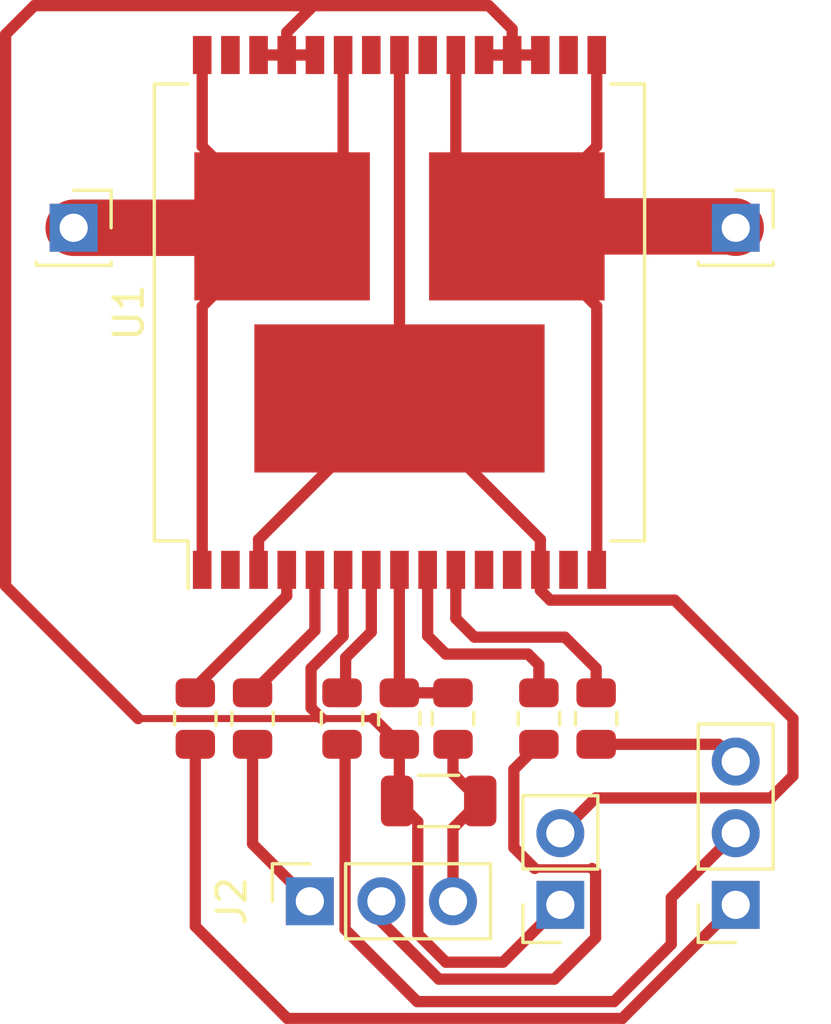
<source format=kicad_pcb>
(kicad_pcb (version 20171130) (host pcbnew "(5.1.7-0-10_14)")

  (general
    (thickness 1.6)
    (drawings 0)
    (tracks 106)
    (zones 0)
    (modules 14)
    (nets 25)
  )

  (page A4)
  (layers
    (0 F.Cu signal)
    (31 B.Cu signal)
    (32 B.Adhes user)
    (33 F.Adhes user)
    (34 B.Paste user)
    (35 F.Paste user)
    (36 B.SilkS user)
    (37 F.SilkS user)
    (38 B.Mask user)
    (39 F.Mask user)
    (40 Dwgs.User user)
    (41 Cmts.User user)
    (42 Eco1.User user)
    (43 Eco2.User user)
    (44 Edge.Cuts user)
    (45 Margin user)
    (46 B.CrtYd user)
    (47 F.CrtYd user)
    (48 B.Fab user)
    (49 F.Fab user)
  )

  (setup
    (last_trace_width 0.4)
    (user_trace_width 0.4)
    (user_trace_width 2)
    (trace_clearance 0.2)
    (zone_clearance 0.508)
    (zone_45_only no)
    (trace_min 0.2)
    (via_size 0.8)
    (via_drill 0.4)
    (via_min_size 0.4)
    (via_min_drill 0.3)
    (user_via 2 1)
    (uvia_size 0.3)
    (uvia_drill 0.1)
    (uvias_allowed no)
    (uvia_min_size 0.2)
    (uvia_min_drill 0.1)
    (edge_width 0.05)
    (segment_width 0.2)
    (pcb_text_width 0.3)
    (pcb_text_size 1.5 1.5)
    (mod_edge_width 0.12)
    (mod_text_size 1 1)
    (mod_text_width 0.15)
    (pad_size 1.524 1.524)
    (pad_drill 0.762)
    (pad_to_mask_clearance 0)
    (aux_axis_origin 0 0)
    (visible_elements FFFFFF7F)
    (pcbplotparams
      (layerselection 0x010fc_ffffffff)
      (usegerberextensions false)
      (usegerberattributes true)
      (usegerberadvancedattributes true)
      (creategerberjobfile true)
      (excludeedgelayer true)
      (linewidth 0.100000)
      (plotframeref false)
      (viasonmask false)
      (mode 1)
      (useauxorigin false)
      (hpglpennumber 1)
      (hpglpenspeed 20)
      (hpglpendiameter 15.000000)
      (psnegative false)
      (psa4output false)
      (plotreference true)
      (plotvalue true)
      (plotinvisibletext false)
      (padsonsilk false)
      (subtractmaskfromsilk false)
      (outputformat 1)
      (mirror false)
      (drillshape 1)
      (scaleselection 1)
      (outputdirectory ""))
  )

  (net 0 "")
  (net 1 GND)
  (net 2 /cs)
  (net 3 /pwm)
  (net 4 /back)
  (net 5 /fwd)
  (net 6 /diag_b)
  (net 7 /diag_a)
  (net 8 /out_a)
  (net 9 /out_b)
  (net 10 "Net-(R1-Pad1)")
  (net 11 "Net-(R3-Pad1)")
  (net 12 "Net-(R4-Pad1)")
  (net 13 "Net-(R5-Pad1)")
  (net 14 "Net-(R6-Pad1)")
  (net 15 "Net-(R7-Pad1)")
  (net 16 +5V)
  (net 17 "Net-(U1-Pad29)")
  (net 18 "Net-(U1-Pad2)")
  (net 19 "Net-(U1-Pad24)")
  (net 20 "Net-(U1-Pad22)")
  (net 21 "Net-(U1-Pad11)")
  (net 22 /bat)
  (net 23 "Net-(U1-Pad17)")
  (net 24 "Net-(U1-Pad14)")

  (net_class Default "This is the default net class."
    (clearance 0.2)
    (trace_width 0.25)
    (via_dia 0.8)
    (via_drill 0.4)
    (uvia_dia 0.3)
    (uvia_drill 0.1)
    (add_net +5V)
    (add_net /back)
    (add_net /bat)
    (add_net /cs)
    (add_net /diag_a)
    (add_net /diag_b)
    (add_net /fwd)
    (add_net /out_a)
    (add_net /out_b)
    (add_net /pwm)
    (add_net GND)
    (add_net "Net-(R1-Pad1)")
    (add_net "Net-(R3-Pad1)")
    (add_net "Net-(R4-Pad1)")
    (add_net "Net-(R5-Pad1)")
    (add_net "Net-(R6-Pad1)")
    (add_net "Net-(R7-Pad1)")
    (add_net "Net-(U1-Pad11)")
    (add_net "Net-(U1-Pad14)")
    (add_net "Net-(U1-Pad17)")
    (add_net "Net-(U1-Pad2)")
    (add_net "Net-(U1-Pad22)")
    (add_net "Net-(U1-Pad24)")
    (add_net "Net-(U1-Pad29)")
  )

  (module Connector_PinSocket_2.54mm:PinSocket_1x01_P2.54mm_Vertical (layer F.Cu) (tedit 5A19A434) (tstamp 60411642)
    (at 70.739 45.847)
    (descr "Through hole straight socket strip, 1x01, 2.54mm pitch, single row (from Kicad 4.0.7), script generated")
    (tags "Through hole socket strip THT 1x01 2.54mm single row")
    (path /6042FB93)
    (fp_text reference J5 (at 0 -2.77) (layer F.SilkS) hide
      (effects (font (size 1 1) (thickness 0.15)))
    )
    (fp_text value Conn_01x01 (at 0 2.77) (layer F.Fab) hide
      (effects (font (size 1 1) (thickness 0.15)))
    )
    (fp_text user %R (at 0 0) (layer F.Fab) hide
      (effects (font (size 1 1) (thickness 0.15)))
    )
    (fp_line (start -1.27 -1.27) (end 0.635 -1.27) (layer F.Fab) (width 0.1))
    (fp_line (start 0.635 -1.27) (end 1.27 -0.635) (layer F.Fab) (width 0.1))
    (fp_line (start 1.27 -0.635) (end 1.27 1.27) (layer F.Fab) (width 0.1))
    (fp_line (start 1.27 1.27) (end -1.27 1.27) (layer F.Fab) (width 0.1))
    (fp_line (start -1.27 1.27) (end -1.27 -1.27) (layer F.Fab) (width 0.1))
    (fp_line (start -1.33 1.33) (end 1.33 1.33) (layer F.SilkS) (width 0.12))
    (fp_line (start -1.33 1.21) (end -1.33 1.33) (layer F.SilkS) (width 0.12))
    (fp_line (start 1.33 1.21) (end 1.33 1.33) (layer F.SilkS) (width 0.12))
    (fp_line (start 1.33 -1.33) (end 1.33 0) (layer F.SilkS) (width 0.12))
    (fp_line (start 0 -1.33) (end 1.33 -1.33) (layer F.SilkS) (width 0.12))
    (fp_line (start -1.8 -1.8) (end 1.75 -1.8) (layer F.CrtYd) (width 0.05))
    (fp_line (start 1.75 -1.8) (end 1.75 1.75) (layer F.CrtYd) (width 0.05))
    (fp_line (start 1.75 1.75) (end -1.8 1.75) (layer F.CrtYd) (width 0.05))
    (fp_line (start -1.8 1.75) (end -1.8 -1.8) (layer F.CrtYd) (width 0.05))
    (pad 1 thru_hole rect (at 0 0) (size 1.7 1.7) (drill 1) (layers *.Cu *.Mask)
      (net 9 /out_b))
    (model ${KISYS3DMOD}/Connector_PinSocket_2.54mm.3dshapes/PinSocket_1x01_P2.54mm_Vertical.wrl
      (at (xyz 0 0 0))
      (scale (xyz 1 1 1))
      (rotate (xyz 0 0 0))
    )
  )

  (module Connector_PinSocket_2.54mm:PinSocket_1x01_P2.54mm_Vertical (layer F.Cu) (tedit 5A19A434) (tstamp 604115E8)
    (at 47.244 45.847)
    (descr "Through hole straight socket strip, 1x01, 2.54mm pitch, single row (from Kicad 4.0.7), script generated")
    (tags "Through hole socket strip THT 1x01 2.54mm single row")
    (path /60430F59)
    (fp_text reference J3 (at 0 -2.77) (layer F.SilkS) hide
      (effects (font (size 1 1) (thickness 0.15)))
    )
    (fp_text value Conn_01x01 (at 0 2.77) (layer F.Fab) hide
      (effects (font (size 1 1) (thickness 0.15)))
    )
    (fp_text user %R (at 0 0) (layer F.Fab) hide
      (effects (font (size 1 1) (thickness 0.15)))
    )
    (fp_line (start -1.27 -1.27) (end 0.635 -1.27) (layer F.Fab) (width 0.1))
    (fp_line (start 0.635 -1.27) (end 1.27 -0.635) (layer F.Fab) (width 0.1))
    (fp_line (start 1.27 -0.635) (end 1.27 1.27) (layer F.Fab) (width 0.1))
    (fp_line (start 1.27 1.27) (end -1.27 1.27) (layer F.Fab) (width 0.1))
    (fp_line (start -1.27 1.27) (end -1.27 -1.27) (layer F.Fab) (width 0.1))
    (fp_line (start -1.33 1.33) (end 1.33 1.33) (layer F.SilkS) (width 0.12))
    (fp_line (start -1.33 1.21) (end -1.33 1.33) (layer F.SilkS) (width 0.12))
    (fp_line (start 1.33 1.21) (end 1.33 1.33) (layer F.SilkS) (width 0.12))
    (fp_line (start 1.33 -1.33) (end 1.33 0) (layer F.SilkS) (width 0.12))
    (fp_line (start 0 -1.33) (end 1.33 -1.33) (layer F.SilkS) (width 0.12))
    (fp_line (start -1.8 -1.8) (end 1.75 -1.8) (layer F.CrtYd) (width 0.05))
    (fp_line (start 1.75 -1.8) (end 1.75 1.75) (layer F.CrtYd) (width 0.05))
    (fp_line (start 1.75 1.75) (end -1.8 1.75) (layer F.CrtYd) (width 0.05))
    (fp_line (start -1.8 1.75) (end -1.8 -1.8) (layer F.CrtYd) (width 0.05))
    (pad 1 thru_hole rect (at 0 0) (size 1.7 1.7) (drill 1) (layers *.Cu *.Mask)
      (net 8 /out_a))
    (model ${KISYS3DMOD}/Connector_PinSocket_2.54mm.3dshapes/PinSocket_1x01_P2.54mm_Vertical.wrl
      (at (xyz 0 0 0))
      (scale (xyz 1 1 1))
      (rotate (xyz 0 0 0))
    )
  )

  (module Connector_PinSocket_2.54mm:PinSocket_1x02_P2.54mm_Vertical (layer F.Cu) (tedit 5A19A420) (tstamp 604135A0)
    (at 64.516 69.85 180)
    (descr "Through hole straight socket strip, 1x02, 2.54mm pitch, single row (from Kicad 4.0.7), script generated")
    (tags "Through hole socket strip THT 1x02 2.54mm single row")
    (path /604289EA)
    (fp_text reference J4 (at 0 -2.77) (layer F.SilkS) hide
      (effects (font (size 1 1) (thickness 0.15)))
    )
    (fp_text value power (at 0 5.31) (layer F.Fab) hide
      (effects (font (size 1 1) (thickness 0.15)))
    )
    (fp_text user %R (at 0 1.27 90) (layer F.Fab) hide
      (effects (font (size 1 1) (thickness 0.15)))
    )
    (fp_line (start -1.27 -1.27) (end 0.635 -1.27) (layer F.Fab) (width 0.1))
    (fp_line (start 0.635 -1.27) (end 1.27 -0.635) (layer F.Fab) (width 0.1))
    (fp_line (start 1.27 -0.635) (end 1.27 3.81) (layer F.Fab) (width 0.1))
    (fp_line (start 1.27 3.81) (end -1.27 3.81) (layer F.Fab) (width 0.1))
    (fp_line (start -1.27 3.81) (end -1.27 -1.27) (layer F.Fab) (width 0.1))
    (fp_line (start -1.33 1.27) (end 1.33 1.27) (layer F.SilkS) (width 0.12))
    (fp_line (start -1.33 1.27) (end -1.33 3.87) (layer F.SilkS) (width 0.12))
    (fp_line (start -1.33 3.87) (end 1.33 3.87) (layer F.SilkS) (width 0.12))
    (fp_line (start 1.33 1.27) (end 1.33 3.87) (layer F.SilkS) (width 0.12))
    (fp_line (start 1.33 -1.33) (end 1.33 0) (layer F.SilkS) (width 0.12))
    (fp_line (start 0 -1.33) (end 1.33 -1.33) (layer F.SilkS) (width 0.12))
    (fp_line (start -1.8 -1.8) (end 1.75 -1.8) (layer F.CrtYd) (width 0.05))
    (fp_line (start 1.75 -1.8) (end 1.75 4.3) (layer F.CrtYd) (width 0.05))
    (fp_line (start 1.75 4.3) (end -1.8 4.3) (layer F.CrtYd) (width 0.05))
    (fp_line (start -1.8 4.3) (end -1.8 -1.8) (layer F.CrtYd) (width 0.05))
    (pad 2 thru_hole oval (at 0 2.54 180) (size 1.7 1.7) (drill 1) (layers *.Cu *.Mask)
      (net 16 +5V))
    (pad 1 thru_hole rect (at 0 0 180) (size 1.7 1.7) (drill 1) (layers *.Cu *.Mask)
      (net 1 GND))
    (model ${KISYS3DMOD}/Connector_PinSocket_2.54mm.3dshapes/PinSocket_1x02_P2.54mm_Vertical.wrl
      (at (xyz 0 0 0))
      (scale (xyz 1 1 1))
      (rotate (xyz 0 0 0))
    )
  )

  (module Package_SO:ST_MultiPowerSO-30 (layer F.Cu) (tedit 5A02F25C) (tstamp 6040DF19)
    (at 58.807 48.848 90)
    (descr "MultiPowerSO-30 3EP 16.0x17.2mm Pitch 1mm (http://www.st.com/resource/en/datasheet/vnh2sp30-e.pdf)")
    (tags "MultiPowerSO-30 3EP 16.0x17.2mm Pitch 1mm")
    (path /5F75DD74)
    (attr smd)
    (fp_text reference U1 (at 0 -9.6 90) (layer F.SilkS)
      (effects (font (size 1 1) (thickness 0.15)))
    )
    (fp_text value VNH5019A-E (at 0 9.6 90) (layer F.Fab)
      (effects (font (size 1 1) (thickness 0.15)))
    )
    (fp_text user %R (at 0 0 90) (layer F.Fab)
      (effects (font (size 1 1) (thickness 0.15)))
    )
    (fp_line (start 8 -8.7) (end 8.1 -8.7) (layer F.SilkS) (width 0.12))
    (fp_line (start 8.1 -8.7) (end 8.1 -7.5) (layer F.SilkS) (width 0.12))
    (fp_line (start 8 8.7) (end 8.1 8.7) (layer F.SilkS) (width 0.12))
    (fp_line (start 8.1 8.7) (end 8.1 7.5) (layer F.SilkS) (width 0.12))
    (fp_line (start 8 8.7) (end -8.1 8.7) (layer F.SilkS) (width 0.12))
    (fp_line (start -8.1 8.7) (end -8.1 7.5) (layer F.SilkS) (width 0.12))
    (fp_line (start 8 -8.7) (end -8 -8.7) (layer F.SilkS) (width 0.12))
    (fp_line (start -8 -8.7) (end -8.1 -8.7) (layer F.SilkS) (width 0.12))
    (fp_line (start -8.1 -8.7) (end -8.1 -7.5) (layer F.SilkS) (width 0.12))
    (fp_line (start -8.1 -7.5) (end -9.8 -7.5) (layer F.SilkS) (width 0.12))
    (fp_line (start -8 8.6) (end 8 8.6) (layer F.Fab) (width 0.1))
    (fp_line (start 8 8.6) (end 8 -8.6) (layer F.Fab) (width 0.1))
    (fp_line (start 8 -8.6) (end -7 -8.6) (layer F.Fab) (width 0.1))
    (fp_line (start -7 -8.6) (end -8 -7.6) (layer F.Fab) (width 0.1))
    (fp_line (start -8 -7.6) (end -8 8.6) (layer F.Fab) (width 0.1))
    (fp_line (start -10.05 -8.85) (end 10.05 -8.85) (layer F.CrtYd) (width 0.05))
    (fp_line (start -10.05 -8.85) (end -10.05 8.85) (layer F.CrtYd) (width 0.05))
    (fp_line (start 10.05 8.85) (end 10.05 -8.85) (layer F.CrtYd) (width 0.05))
    (fp_line (start 10.05 8.85) (end -10.05 8.85) (layer F.CrtYd) (width 0.05))
    (pad 33 smd rect (at 3.05 -4.165 90) (size 5.25 6.23) (layers F.Cu F.Paste F.Mask)
      (net 8 /out_a))
    (pad 31 smd rect (at -3.05 0 90) (size 5.25 10.3) (layers F.Cu F.Paste F.Mask)
      (net 16 +5V))
    (pad 30 smd rect (at 9.125 -7) (size 0.66 1.35) (layers F.Cu F.Paste F.Mask)
      (net 8 /out_a))
    (pad 1 smd rect (at -9.125 -7) (size 0.66 1.35) (layers F.Cu F.Paste F.Mask)
      (net 8 /out_a))
    (pad 29 smd rect (at 9.125 -6) (size 0.66 1.35) (layers F.Cu F.Paste F.Mask)
      (net 17 "Net-(U1-Pad29)"))
    (pad 2 smd rect (at -9.125 -6) (size 0.66 1.35) (layers F.Cu F.Paste F.Mask)
      (net 18 "Net-(U1-Pad2)"))
    (pad 28 smd rect (at 9.125 -5) (size 0.66 1.35) (layers F.Cu F.Paste F.Mask)
      (net 1 GND))
    (pad 3 smd rect (at -9.125 -5) (size 0.66 1.35) (layers F.Cu F.Paste F.Mask)
      (net 16 +5V))
    (pad 27 smd rect (at 9.125 -4) (size 0.66 1.35) (layers F.Cu F.Paste F.Mask)
      (net 1 GND))
    (pad 4 smd rect (at -9.125 -4) (size 0.66 1.35) (layers F.Cu F.Paste F.Mask)
      (net 11 "Net-(R3-Pad1)"))
    (pad 26 smd rect (at 9.125 -3) (size 0.66 1.35) (layers F.Cu F.Paste F.Mask)
      (net 1 GND))
    (pad 5 smd rect (at -9.125 -3) (size 0.66 1.35) (layers F.Cu F.Paste F.Mask)
      (net 14 "Net-(R6-Pad1)"))
    (pad 25 smd rect (at 9.125 -2) (size 0.66 1.35) (layers F.Cu F.Paste F.Mask)
      (net 8 /out_a))
    (pad 6 smd rect (at -9.125 -2) (size 0.66 1.35) (layers F.Cu F.Paste F.Mask)
      (net 1 GND))
    (pad 24 smd rect (at 9.125 -1) (size 0.66 1.35) (layers F.Cu F.Paste F.Mask)
      (net 19 "Net-(U1-Pad24)"))
    (pad 7 smd rect (at -9.125 -1) (size 0.66 1.35) (layers F.Cu F.Paste F.Mask)
      (net 13 "Net-(R5-Pad1)"))
    (pad 23 smd rect (at 9.125 0) (size 0.66 1.35) (layers F.Cu F.Paste F.Mask)
      (net 16 +5V))
    (pad 8 smd rect (at -9.125 0) (size 0.66 1.35) (layers F.Cu F.Paste F.Mask)
      (net 10 "Net-(R1-Pad1)"))
    (pad 22 smd rect (at 9.125 1) (size 0.66 1.35) (layers F.Cu F.Paste F.Mask)
      (net 20 "Net-(U1-Pad22)"))
    (pad 9 smd rect (at -9.125 1) (size 0.66 1.35) (layers F.Cu F.Paste F.Mask)
      (net 15 "Net-(R7-Pad1)"))
    (pad 21 smd rect (at 9.125 2) (size 0.66 1.35) (layers F.Cu F.Paste F.Mask)
      (net 9 /out_b))
    (pad 10 smd rect (at -9.125 2) (size 0.66 1.35) (layers F.Cu F.Paste F.Mask)
      (net 12 "Net-(R4-Pad1)"))
    (pad 20 smd rect (at 9.125 3) (size 0.66 1.35) (layers F.Cu F.Paste F.Mask)
      (net 1 GND))
    (pad 11 smd rect (at -9.125 3) (size 0.66 1.35) (layers F.Cu F.Paste F.Mask)
      (net 21 "Net-(U1-Pad11)"))
    (pad 19 smd rect (at 9.125 4) (size 0.66 1.35) (layers F.Cu F.Paste F.Mask)
      (net 1 GND))
    (pad 12 smd rect (at -9.125 4) (size 0.66 1.35) (layers F.Cu F.Paste F.Mask)
      (net 22 /bat))
    (pad 18 smd rect (at 9.125 5) (size 0.66 1.35) (layers F.Cu F.Paste F.Mask)
      (net 1 GND))
    (pad 13 smd rect (at -9.125 5) (size 0.66 1.35) (layers F.Cu F.Paste F.Mask)
      (net 16 +5V))
    (pad 17 smd rect (at 9.125 6) (size 0.66 1.35) (layers F.Cu F.Paste F.Mask)
      (net 23 "Net-(U1-Pad17)"))
    (pad 14 smd rect (at -9.125 6) (size 0.66 1.35) (layers F.Cu F.Paste F.Mask)
      (net 24 "Net-(U1-Pad14)"))
    (pad 16 smd rect (at 9.125 7) (size 0.66 1.35) (layers F.Cu F.Paste F.Mask)
      (net 9 /out_b))
    (pad 15 smd rect (at -9.125 7) (size 0.66 1.35) (layers F.Cu F.Paste F.Mask)
      (net 9 /out_b))
    (pad 32 smd rect (at 3.05 4.165 90) (size 5.25 6.23) (layers F.Cu F.Paste F.Mask)
      (net 9 /out_b))
    (model ${KISYS3DMOD}/Package_SO.3dshapes/ST_MultiPowerSO-30.wrl
      (at (xyz 0 0 0))
      (scale (xyz 1 1 1))
      (rotate (xyz 0 0 0))
    )
  )

  (module Resistor_SMD:R_0805_2012Metric (layer F.Cu) (tedit 5F68FEEE) (tstamp 6040DEE0)
    (at 63.754 63.246 270)
    (descr "Resistor SMD 0805 (2012 Metric), square (rectangular) end terminal, IPC_7351 nominal, (Body size source: IPC-SM-782 page 72, https://www.pcb-3d.com/wordpress/wp-content/uploads/ipc-sm-782a_amendment_1_and_2.pdf), generated with kicad-footprint-generator")
    (tags resistor)
    (path /5F781639)
    (attr smd)
    (fp_text reference R7 (at 0 -1.65 90) (layer F.SilkS) hide
      (effects (font (size 1 1) (thickness 0.15)))
    )
    (fp_text value 1K (at 0 1.65 90) (layer F.Fab) hide
      (effects (font (size 1 1) (thickness 0.15)))
    )
    (fp_text user %R (at 0 0 90) (layer F.Fab) hide
      (effects (font (size 0.5 0.5) (thickness 0.08)))
    )
    (fp_line (start -1 0.625) (end -1 -0.625) (layer F.Fab) (width 0.1))
    (fp_line (start -1 -0.625) (end 1 -0.625) (layer F.Fab) (width 0.1))
    (fp_line (start 1 -0.625) (end 1 0.625) (layer F.Fab) (width 0.1))
    (fp_line (start 1 0.625) (end -1 0.625) (layer F.Fab) (width 0.1))
    (fp_line (start -0.227064 -0.735) (end 0.227064 -0.735) (layer F.SilkS) (width 0.12))
    (fp_line (start -0.227064 0.735) (end 0.227064 0.735) (layer F.SilkS) (width 0.12))
    (fp_line (start -1.68 0.95) (end -1.68 -0.95) (layer F.CrtYd) (width 0.05))
    (fp_line (start -1.68 -0.95) (end 1.68 -0.95) (layer F.CrtYd) (width 0.05))
    (fp_line (start 1.68 -0.95) (end 1.68 0.95) (layer F.CrtYd) (width 0.05))
    (fp_line (start 1.68 0.95) (end -1.68 0.95) (layer F.CrtYd) (width 0.05))
    (pad 2 smd roundrect (at 0.9125 0 270) (size 1.025 1.4) (layers F.Cu F.Paste F.Mask) (roundrect_rratio 0.243902)
      (net 6 /diag_b))
    (pad 1 smd roundrect (at -0.9125 0 270) (size 1.025 1.4) (layers F.Cu F.Paste F.Mask) (roundrect_rratio 0.243902)
      (net 15 "Net-(R7-Pad1)"))
    (model ${KISYS3DMOD}/Resistor_SMD.3dshapes/R_0805_2012Metric.wrl
      (at (xyz 0 0 0))
      (scale (xyz 1 1 1))
      (rotate (xyz 0 0 0))
    )
  )

  (module Resistor_SMD:R_0805_2012Metric (layer F.Cu) (tedit 5F68FEEE) (tstamp 6040DECF)
    (at 53.594 63.246 270)
    (descr "Resistor SMD 0805 (2012 Metric), square (rectangular) end terminal, IPC_7351 nominal, (Body size source: IPC-SM-782 page 72, https://www.pcb-3d.com/wordpress/wp-content/uploads/ipc-sm-782a_amendment_1_and_2.pdf), generated with kicad-footprint-generator")
    (tags resistor)
    (path /5F77E0ED)
    (attr smd)
    (fp_text reference R6 (at 0 -1.65 90) (layer F.SilkS) hide
      (effects (font (size 1 1) (thickness 0.15)))
    )
    (fp_text value 1K (at 0 1.65 90) (layer F.Fab) hide
      (effects (font (size 1 1) (thickness 0.15)))
    )
    (fp_text user %R (at 0 0 90) (layer F.Fab) hide
      (effects (font (size 0.5 0.5) (thickness 0.08)))
    )
    (fp_line (start -1 0.625) (end -1 -0.625) (layer F.Fab) (width 0.1))
    (fp_line (start -1 -0.625) (end 1 -0.625) (layer F.Fab) (width 0.1))
    (fp_line (start 1 -0.625) (end 1 0.625) (layer F.Fab) (width 0.1))
    (fp_line (start 1 0.625) (end -1 0.625) (layer F.Fab) (width 0.1))
    (fp_line (start -0.227064 -0.735) (end 0.227064 -0.735) (layer F.SilkS) (width 0.12))
    (fp_line (start -0.227064 0.735) (end 0.227064 0.735) (layer F.SilkS) (width 0.12))
    (fp_line (start -1.68 0.95) (end -1.68 -0.95) (layer F.CrtYd) (width 0.05))
    (fp_line (start -1.68 -0.95) (end 1.68 -0.95) (layer F.CrtYd) (width 0.05))
    (fp_line (start 1.68 -0.95) (end 1.68 0.95) (layer F.CrtYd) (width 0.05))
    (fp_line (start 1.68 0.95) (end -1.68 0.95) (layer F.CrtYd) (width 0.05))
    (pad 2 smd roundrect (at 0.9125 0 270) (size 1.025 1.4) (layers F.Cu F.Paste F.Mask) (roundrect_rratio 0.243902)
      (net 7 /diag_a))
    (pad 1 smd roundrect (at -0.9125 0 270) (size 1.025 1.4) (layers F.Cu F.Paste F.Mask) (roundrect_rratio 0.243902)
      (net 14 "Net-(R6-Pad1)"))
    (model ${KISYS3DMOD}/Resistor_SMD.3dshapes/R_0805_2012Metric.wrl
      (at (xyz 0 0 0))
      (scale (xyz 1 1 1))
      (rotate (xyz 0 0 0))
    )
  )

  (module Resistor_SMD:R_0805_2012Metric (layer F.Cu) (tedit 5F68FEEE) (tstamp 6040DEBE)
    (at 56.769 63.246 270)
    (descr "Resistor SMD 0805 (2012 Metric), square (rectangular) end terminal, IPC_7351 nominal, (Body size source: IPC-SM-782 page 72, https://www.pcb-3d.com/wordpress/wp-content/uploads/ipc-sm-782a_amendment_1_and_2.pdf), generated with kicad-footprint-generator")
    (tags resistor)
    (path /5F7658F2)
    (attr smd)
    (fp_text reference R5 (at 0 -1.65 90) (layer F.SilkS) hide
      (effects (font (size 1 1) (thickness 0.15)))
    )
    (fp_text value 1K (at 0 1.65 90) (layer F.Fab) hide
      (effects (font (size 1 1) (thickness 0.15)))
    )
    (fp_text user %R (at 0 0 90) (layer F.Fab) hide
      (effects (font (size 0.5 0.5) (thickness 0.08)))
    )
    (fp_line (start -1 0.625) (end -1 -0.625) (layer F.Fab) (width 0.1))
    (fp_line (start -1 -0.625) (end 1 -0.625) (layer F.Fab) (width 0.1))
    (fp_line (start 1 -0.625) (end 1 0.625) (layer F.Fab) (width 0.1))
    (fp_line (start 1 0.625) (end -1 0.625) (layer F.Fab) (width 0.1))
    (fp_line (start -0.227064 -0.735) (end 0.227064 -0.735) (layer F.SilkS) (width 0.12))
    (fp_line (start -0.227064 0.735) (end 0.227064 0.735) (layer F.SilkS) (width 0.12))
    (fp_line (start -1.68 0.95) (end -1.68 -0.95) (layer F.CrtYd) (width 0.05))
    (fp_line (start -1.68 -0.95) (end 1.68 -0.95) (layer F.CrtYd) (width 0.05))
    (fp_line (start 1.68 -0.95) (end 1.68 0.95) (layer F.CrtYd) (width 0.05))
    (fp_line (start 1.68 0.95) (end -1.68 0.95) (layer F.CrtYd) (width 0.05))
    (pad 2 smd roundrect (at 0.9125 0 270) (size 1.025 1.4) (layers F.Cu F.Paste F.Mask) (roundrect_rratio 0.243902)
      (net 3 /pwm))
    (pad 1 smd roundrect (at -0.9125 0 270) (size 1.025 1.4) (layers F.Cu F.Paste F.Mask) (roundrect_rratio 0.243902)
      (net 13 "Net-(R5-Pad1)"))
    (model ${KISYS3DMOD}/Resistor_SMD.3dshapes/R_0805_2012Metric.wrl
      (at (xyz 0 0 0))
      (scale (xyz 1 1 1))
      (rotate (xyz 0 0 0))
    )
  )

  (module Resistor_SMD:R_0805_2012Metric (layer F.Cu) (tedit 5F68FEEE) (tstamp 6040DEAD)
    (at 65.786 63.246 270)
    (descr "Resistor SMD 0805 (2012 Metric), square (rectangular) end terminal, IPC_7351 nominal, (Body size source: IPC-SM-782 page 72, https://www.pcb-3d.com/wordpress/wp-content/uploads/ipc-sm-782a_amendment_1_and_2.pdf), generated with kicad-footprint-generator")
    (tags resistor)
    (path /5F765406)
    (attr smd)
    (fp_text reference R4 (at 0 -1.65 90) (layer F.SilkS) hide
      (effects (font (size 1 1) (thickness 0.15)))
    )
    (fp_text value 1K (at 0 1.65 90) (layer F.Fab) hide
      (effects (font (size 1 1) (thickness 0.15)))
    )
    (fp_text user %R (at 0 0 90) (layer F.Fab) hide
      (effects (font (size 0.5 0.5) (thickness 0.08)))
    )
    (fp_line (start -1 0.625) (end -1 -0.625) (layer F.Fab) (width 0.1))
    (fp_line (start -1 -0.625) (end 1 -0.625) (layer F.Fab) (width 0.1))
    (fp_line (start 1 -0.625) (end 1 0.625) (layer F.Fab) (width 0.1))
    (fp_line (start 1 0.625) (end -1 0.625) (layer F.Fab) (width 0.1))
    (fp_line (start -0.227064 -0.735) (end 0.227064 -0.735) (layer F.SilkS) (width 0.12))
    (fp_line (start -0.227064 0.735) (end 0.227064 0.735) (layer F.SilkS) (width 0.12))
    (fp_line (start -1.68 0.95) (end -1.68 -0.95) (layer F.CrtYd) (width 0.05))
    (fp_line (start -1.68 -0.95) (end 1.68 -0.95) (layer F.CrtYd) (width 0.05))
    (fp_line (start 1.68 -0.95) (end 1.68 0.95) (layer F.CrtYd) (width 0.05))
    (fp_line (start 1.68 0.95) (end -1.68 0.95) (layer F.CrtYd) (width 0.05))
    (pad 2 smd roundrect (at 0.9125 0 270) (size 1.025 1.4) (layers F.Cu F.Paste F.Mask) (roundrect_rratio 0.243902)
      (net 4 /back))
    (pad 1 smd roundrect (at -0.9125 0 270) (size 1.025 1.4) (layers F.Cu F.Paste F.Mask) (roundrect_rratio 0.243902)
      (net 12 "Net-(R4-Pad1)"))
    (model ${KISYS3DMOD}/Resistor_SMD.3dshapes/R_0805_2012Metric.wrl
      (at (xyz 0 0 0))
      (scale (xyz 1 1 1))
      (rotate (xyz 0 0 0))
    )
  )

  (module Resistor_SMD:R_0805_2012Metric (layer F.Cu) (tedit 5F68FEEE) (tstamp 6040E62F)
    (at 51.562 63.246 270)
    (descr "Resistor SMD 0805 (2012 Metric), square (rectangular) end terminal, IPC_7351 nominal, (Body size source: IPC-SM-782 page 72, https://www.pcb-3d.com/wordpress/wp-content/uploads/ipc-sm-782a_amendment_1_and_2.pdf), generated with kicad-footprint-generator")
    (tags resistor)
    (path /5F764A13)
    (attr smd)
    (fp_text reference R3 (at 0 -1.65 90) (layer F.SilkS) hide
      (effects (font (size 1 1) (thickness 0.15)))
    )
    (fp_text value 1K (at 0 1.65 90) (layer F.Fab) hide
      (effects (font (size 1 1) (thickness 0.15)))
    )
    (fp_text user %R (at 0 0 90) (layer F.Fab) hide
      (effects (font (size 0.5 0.5) (thickness 0.08)))
    )
    (fp_line (start -1 0.625) (end -1 -0.625) (layer F.Fab) (width 0.1))
    (fp_line (start -1 -0.625) (end 1 -0.625) (layer F.Fab) (width 0.1))
    (fp_line (start 1 -0.625) (end 1 0.625) (layer F.Fab) (width 0.1))
    (fp_line (start 1 0.625) (end -1 0.625) (layer F.Fab) (width 0.1))
    (fp_line (start -0.227064 -0.735) (end 0.227064 -0.735) (layer F.SilkS) (width 0.12))
    (fp_line (start -0.227064 0.735) (end 0.227064 0.735) (layer F.SilkS) (width 0.12))
    (fp_line (start -1.68 0.95) (end -1.68 -0.95) (layer F.CrtYd) (width 0.05))
    (fp_line (start -1.68 -0.95) (end 1.68 -0.95) (layer F.CrtYd) (width 0.05))
    (fp_line (start 1.68 -0.95) (end 1.68 0.95) (layer F.CrtYd) (width 0.05))
    (fp_line (start 1.68 0.95) (end -1.68 0.95) (layer F.CrtYd) (width 0.05))
    (pad 2 smd roundrect (at 0.9125 0 270) (size 1.025 1.4) (layers F.Cu F.Paste F.Mask) (roundrect_rratio 0.243902)
      (net 5 /fwd))
    (pad 1 smd roundrect (at -0.9125 0 270) (size 1.025 1.4) (layers F.Cu F.Paste F.Mask) (roundrect_rratio 0.243902)
      (net 11 "Net-(R3-Pad1)"))
    (model ${KISYS3DMOD}/Resistor_SMD.3dshapes/R_0805_2012Metric.wrl
      (at (xyz 0 0 0))
      (scale (xyz 1 1 1))
      (rotate (xyz 0 0 0))
    )
  )

  (module Resistor_SMD:R_0805_2012Metric (layer F.Cu) (tedit 5F68FEEE) (tstamp 6040EBC0)
    (at 58.801 63.246 270)
    (descr "Resistor SMD 0805 (2012 Metric), square (rectangular) end terminal, IPC_7351 nominal, (Body size source: IPC-SM-782 page 72, https://www.pcb-3d.com/wordpress/wp-content/uploads/ipc-sm-782a_amendment_1_and_2.pdf), generated with kicad-footprint-generator")
    (tags resistor)
    (path /5F782890)
    (attr smd)
    (fp_text reference R2 (at 0 -1.65 90) (layer F.SilkS) hide
      (effects (font (size 1 1) (thickness 0.15)))
    )
    (fp_text value 1.5K (at 0 1.65 90) (layer F.Fab) hide
      (effects (font (size 1 1) (thickness 0.15)))
    )
    (fp_text user %R (at 0 0 90) (layer F.Fab) hide
      (effects (font (size 0.5 0.5) (thickness 0.08)))
    )
    (fp_line (start -1 0.625) (end -1 -0.625) (layer F.Fab) (width 0.1))
    (fp_line (start -1 -0.625) (end 1 -0.625) (layer F.Fab) (width 0.1))
    (fp_line (start 1 -0.625) (end 1 0.625) (layer F.Fab) (width 0.1))
    (fp_line (start 1 0.625) (end -1 0.625) (layer F.Fab) (width 0.1))
    (fp_line (start -0.227064 -0.735) (end 0.227064 -0.735) (layer F.SilkS) (width 0.12))
    (fp_line (start -0.227064 0.735) (end 0.227064 0.735) (layer F.SilkS) (width 0.12))
    (fp_line (start -1.68 0.95) (end -1.68 -0.95) (layer F.CrtYd) (width 0.05))
    (fp_line (start -1.68 -0.95) (end 1.68 -0.95) (layer F.CrtYd) (width 0.05))
    (fp_line (start 1.68 -0.95) (end 1.68 0.95) (layer F.CrtYd) (width 0.05))
    (fp_line (start 1.68 0.95) (end -1.68 0.95) (layer F.CrtYd) (width 0.05))
    (pad 2 smd roundrect (at 0.9125 0 270) (size 1.025 1.4) (layers F.Cu F.Paste F.Mask) (roundrect_rratio 0.243902)
      (net 1 GND))
    (pad 1 smd roundrect (at -0.9125 0 270) (size 1.025 1.4) (layers F.Cu F.Paste F.Mask) (roundrect_rratio 0.243902)
      (net 10 "Net-(R1-Pad1)"))
    (model ${KISYS3DMOD}/Resistor_SMD.3dshapes/R_0805_2012Metric.wrl
      (at (xyz 0 0 0))
      (scale (xyz 1 1 1))
      (rotate (xyz 0 0 0))
    )
  )

  (module Resistor_SMD:R_0805_2012Metric (layer F.Cu) (tedit 5F68FEEE) (tstamp 60410148)
    (at 60.706 63.246 270)
    (descr "Resistor SMD 0805 (2012 Metric), square (rectangular) end terminal, IPC_7351 nominal, (Body size source: IPC-SM-782 page 72, https://www.pcb-3d.com/wordpress/wp-content/uploads/ipc-sm-782a_amendment_1_and_2.pdf), generated with kicad-footprint-generator")
    (tags resistor)
    (path /5F7841BA)
    (attr smd)
    (fp_text reference R1 (at 0 -1.65 90) (layer F.SilkS) hide
      (effects (font (size 1 1) (thickness 0.15)))
    )
    (fp_text value 10K (at 0 1.65 90) (layer F.Fab) hide
      (effects (font (size 1 1) (thickness 0.15)))
    )
    (fp_text user %R (at 0 0 90) (layer F.Fab) hide
      (effects (font (size 0.5 0.5) (thickness 0.08)))
    )
    (fp_line (start -1 0.625) (end -1 -0.625) (layer F.Fab) (width 0.1))
    (fp_line (start -1 -0.625) (end 1 -0.625) (layer F.Fab) (width 0.1))
    (fp_line (start 1 -0.625) (end 1 0.625) (layer F.Fab) (width 0.1))
    (fp_line (start 1 0.625) (end -1 0.625) (layer F.Fab) (width 0.1))
    (fp_line (start -0.227064 -0.735) (end 0.227064 -0.735) (layer F.SilkS) (width 0.12))
    (fp_line (start -0.227064 0.735) (end 0.227064 0.735) (layer F.SilkS) (width 0.12))
    (fp_line (start -1.68 0.95) (end -1.68 -0.95) (layer F.CrtYd) (width 0.05))
    (fp_line (start -1.68 -0.95) (end 1.68 -0.95) (layer F.CrtYd) (width 0.05))
    (fp_line (start 1.68 -0.95) (end 1.68 0.95) (layer F.CrtYd) (width 0.05))
    (fp_line (start 1.68 0.95) (end -1.68 0.95) (layer F.CrtYd) (width 0.05))
    (pad 2 smd roundrect (at 0.9125 0 270) (size 1.025 1.4) (layers F.Cu F.Paste F.Mask) (roundrect_rratio 0.243902)
      (net 2 /cs))
    (pad 1 smd roundrect (at -0.9125 0 270) (size 1.025 1.4) (layers F.Cu F.Paste F.Mask) (roundrect_rratio 0.243902)
      (net 10 "Net-(R1-Pad1)"))
    (model ${KISYS3DMOD}/Resistor_SMD.3dshapes/R_0805_2012Metric.wrl
      (at (xyz 0 0 0))
      (scale (xyz 1 1 1))
      (rotate (xyz 0 0 0))
    )
  )

  (module Connector_PinSocket_2.54mm:PinSocket_1x03_P2.54mm_Vertical (layer F.Cu) (tedit 5A19A429) (tstamp 6040DE53)
    (at 55.626 69.723 90)
    (descr "Through hole straight socket strip, 1x03, 2.54mm pitch, single row (from Kicad 4.0.7), script generated")
    (tags "Through hole socket strip THT 1x03 2.54mm single row")
    (path /60386A9F)
    (fp_text reference J2 (at 0 -2.77 90) (layer F.SilkS)
      (effects (font (size 1 1) (thickness 0.15)))
    )
    (fp_text value outputs (at 0 7.85 90) (layer F.Fab) hide
      (effects (font (size 1 1) (thickness 0.15)))
    )
    (fp_text user %R (at 0 2.54) (layer F.Fab)
      (effects (font (size 1 1) (thickness 0.15)))
    )
    (fp_line (start -1.27 -1.27) (end 0.635 -1.27) (layer F.Fab) (width 0.1))
    (fp_line (start 0.635 -1.27) (end 1.27 -0.635) (layer F.Fab) (width 0.1))
    (fp_line (start 1.27 -0.635) (end 1.27 6.35) (layer F.Fab) (width 0.1))
    (fp_line (start 1.27 6.35) (end -1.27 6.35) (layer F.Fab) (width 0.1))
    (fp_line (start -1.27 6.35) (end -1.27 -1.27) (layer F.Fab) (width 0.1))
    (fp_line (start -1.33 1.27) (end 1.33 1.27) (layer F.SilkS) (width 0.12))
    (fp_line (start -1.33 1.27) (end -1.33 6.41) (layer F.SilkS) (width 0.12))
    (fp_line (start -1.33 6.41) (end 1.33 6.41) (layer F.SilkS) (width 0.12))
    (fp_line (start 1.33 1.27) (end 1.33 6.41) (layer F.SilkS) (width 0.12))
    (fp_line (start 1.33 -1.33) (end 1.33 0) (layer F.SilkS) (width 0.12))
    (fp_line (start 0 -1.33) (end 1.33 -1.33) (layer F.SilkS) (width 0.12))
    (fp_line (start -1.8 -1.8) (end 1.75 -1.8) (layer F.CrtYd) (width 0.05))
    (fp_line (start 1.75 -1.8) (end 1.75 6.85) (layer F.CrtYd) (width 0.05))
    (fp_line (start 1.75 6.85) (end -1.8 6.85) (layer F.CrtYd) (width 0.05))
    (fp_line (start -1.8 6.85) (end -1.8 -1.8) (layer F.CrtYd) (width 0.05))
    (pad 3 thru_hole oval (at 0 5.08 90) (size 1.7 1.7) (drill 1) (layers *.Cu *.Mask)
      (net 2 /cs))
    (pad 2 thru_hole oval (at 0 2.54 90) (size 1.7 1.7) (drill 1) (layers *.Cu *.Mask)
      (net 6 /diag_b))
    (pad 1 thru_hole rect (at 0 0 90) (size 1.7 1.7) (drill 1) (layers *.Cu *.Mask)
      (net 7 /diag_a))
    (model ${KISYS3DMOD}/Connector_PinSocket_2.54mm.3dshapes/PinSocket_1x03_P2.54mm_Vertical.wrl
      (at (xyz 0 0 0))
      (scale (xyz 1 1 1))
      (rotate (xyz 0 0 0))
    )
  )

  (module Connector_PinSocket_2.54mm:PinSocket_1x03_P2.54mm_Vertical (layer F.Cu) (tedit 5A19A429) (tstamp 60412383)
    (at 70.739 69.85 180)
    (descr "Through hole straight socket strip, 1x03, 2.54mm pitch, single row (from Kicad 4.0.7), script generated")
    (tags "Through hole socket strip THT 1x03 2.54mm single row")
    (path /60384E96)
    (fp_text reference J1 (at 0 -2.77) (layer F.SilkS) hide
      (effects (font (size 1 1) (thickness 0.15)))
    )
    (fp_text value inputs (at -2.54 3.175 90) (layer F.Fab)
      (effects (font (size 1 1) (thickness 0.15)))
    )
    (fp_text user %R (at 0 2.54 90) (layer F.Fab) hide
      (effects (font (size 1 1) (thickness 0.15)))
    )
    (fp_line (start -1.27 -1.27) (end 0.635 -1.27) (layer F.Fab) (width 0.1))
    (fp_line (start 0.635 -1.27) (end 1.27 -0.635) (layer F.Fab) (width 0.1))
    (fp_line (start 1.27 -0.635) (end 1.27 6.35) (layer F.Fab) (width 0.1))
    (fp_line (start 1.27 6.35) (end -1.27 6.35) (layer F.Fab) (width 0.1))
    (fp_line (start -1.27 6.35) (end -1.27 -1.27) (layer F.Fab) (width 0.1))
    (fp_line (start -1.33 1.27) (end 1.33 1.27) (layer F.SilkS) (width 0.12))
    (fp_line (start -1.33 1.27) (end -1.33 6.41) (layer F.SilkS) (width 0.12))
    (fp_line (start -1.33 6.41) (end 1.33 6.41) (layer F.SilkS) (width 0.12))
    (fp_line (start 1.33 1.27) (end 1.33 6.41) (layer F.SilkS) (width 0.12))
    (fp_line (start 1.33 -1.33) (end 1.33 0) (layer F.SilkS) (width 0.12))
    (fp_line (start 0 -1.33) (end 1.33 -1.33) (layer F.SilkS) (width 0.12))
    (fp_line (start -1.8 -1.8) (end 1.75 -1.8) (layer F.CrtYd) (width 0.05))
    (fp_line (start 1.75 -1.8) (end 1.75 6.85) (layer F.CrtYd) (width 0.05))
    (fp_line (start 1.75 6.85) (end -1.8 6.85) (layer F.CrtYd) (width 0.05))
    (fp_line (start -1.8 6.85) (end -1.8 -1.8) (layer F.CrtYd) (width 0.05))
    (pad 3 thru_hole oval (at 0 5.08 180) (size 1.7 1.7) (drill 1) (layers *.Cu *.Mask)
      (net 4 /back))
    (pad 2 thru_hole oval (at 0 2.54 180) (size 1.7 1.7) (drill 1) (layers *.Cu *.Mask)
      (net 3 /pwm))
    (pad 1 thru_hole rect (at 0 0 180) (size 1.7 1.7) (drill 1) (layers *.Cu *.Mask)
      (net 5 /fwd))
    (model ${KISYS3DMOD}/Connector_PinSocket_2.54mm.3dshapes/PinSocket_1x03_P2.54mm_Vertical.wrl
      (at (xyz 0 0 0))
      (scale (xyz 1 1 1))
      (rotate (xyz 0 0 0))
    )
  )

  (module Capacitor_SMD:C_1206_3216Metric (layer F.Cu) (tedit 5F68FEEE) (tstamp 60410118)
    (at 60.198 66.167 180)
    (descr "Capacitor SMD 1206 (3216 Metric), square (rectangular) end terminal, IPC_7351 nominal, (Body size source: IPC-SM-782 page 76, https://www.pcb-3d.com/wordpress/wp-content/uploads/ipc-sm-782a_amendment_1_and_2.pdf), generated with kicad-footprint-generator")
    (tags capacitor)
    (path /5F784D90)
    (attr smd)
    (fp_text reference C1 (at 0 -1.85) (layer F.SilkS) hide
      (effects (font (size 1 1) (thickness 0.15)))
    )
    (fp_text value 33nF (at 0 1.85) (layer F.Fab) hide
      (effects (font (size 1 1) (thickness 0.15)))
    )
    (fp_text user %R (at 0 0) (layer F.Fab) hide
      (effects (font (size 0.8 0.8) (thickness 0.12)))
    )
    (fp_line (start -1.6 0.8) (end -1.6 -0.8) (layer F.Fab) (width 0.1))
    (fp_line (start -1.6 -0.8) (end 1.6 -0.8) (layer F.Fab) (width 0.1))
    (fp_line (start 1.6 -0.8) (end 1.6 0.8) (layer F.Fab) (width 0.1))
    (fp_line (start 1.6 0.8) (end -1.6 0.8) (layer F.Fab) (width 0.1))
    (fp_line (start -0.711252 -0.91) (end 0.711252 -0.91) (layer F.SilkS) (width 0.12))
    (fp_line (start -0.711252 0.91) (end 0.711252 0.91) (layer F.SilkS) (width 0.12))
    (fp_line (start -2.3 1.15) (end -2.3 -1.15) (layer F.CrtYd) (width 0.05))
    (fp_line (start -2.3 -1.15) (end 2.3 -1.15) (layer F.CrtYd) (width 0.05))
    (fp_line (start 2.3 -1.15) (end 2.3 1.15) (layer F.CrtYd) (width 0.05))
    (fp_line (start 2.3 1.15) (end -2.3 1.15) (layer F.CrtYd) (width 0.05))
    (pad 2 smd roundrect (at 1.475 0 180) (size 1.15 1.8) (layers F.Cu F.Paste F.Mask) (roundrect_rratio 0.217391)
      (net 1 GND))
    (pad 1 smd roundrect (at -1.475 0 180) (size 1.15 1.8) (layers F.Cu F.Paste F.Mask) (roundrect_rratio 0.217391)
      (net 2 /cs))
    (model ${KISYS3DMOD}/Capacitor_SMD.3dshapes/C_1206_3216Metric.wrl
      (at (xyz 0 0 0))
      (scale (xyz 1 1 1))
      (rotate (xyz 0 0 0))
    )
  )

  (segment (start 58.801 66.089) (end 58.723 66.167) (width 0.4) (layer F.Cu) (net 1))
  (segment (start 58.801 64.1585) (end 58.801 66.089) (width 0.4) (layer F.Cu) (net 1))
  (segment (start 53.807 39.723) (end 55.807 39.723) (width 0.4) (layer F.Cu) (net 1))
  (segment (start 61.807 39.723) (end 63.807 39.723) (width 0.4) (layer F.Cu) (net 1))
  (segment (start 54.807 38.919) (end 54.807 39.723) (width 0.4) (layer F.Cu) (net 1))
  (segment (start 62.807 38.804) (end 61.976 37.973) (width 0.4) (layer F.Cu) (net 1))
  (segment (start 55.753 37.973) (end 54.807 38.919) (width 0.4) (layer F.Cu) (net 1))
  (segment (start 62.807 39.723) (end 62.807 38.804) (width 0.4) (layer F.Cu) (net 1))
  (segment (start 61.976 37.973) (end 56.007 37.973) (width 0.4) (layer F.Cu) (net 1))
  (segment (start 56.007 37.973) (end 55.753 37.973) (width 0.4) (layer F.Cu) (net 1))
  (segment (start 60.452 71.882) (end 62.484 71.882) (width 0.4) (layer F.Cu) (net 1))
  (segment (start 62.484 71.882) (end 64.516 69.85) (width 0.4) (layer F.Cu) (net 1))
  (segment (start 59.455999 70.885999) (end 60.452 71.882) (width 0.4) (layer F.Cu) (net 1))
  (segment (start 59.455999 66.899999) (end 59.455999 70.885999) (width 0.4) (layer F.Cu) (net 1))
  (segment (start 58.723 66.167) (end 59.455999 66.899999) (width 0.4) (layer F.Cu) (net 1))
  (segment (start 55.66899 62.865246) (end 56.049744 63.246) (width 0.4) (layer F.Cu) (net 1))
  (segment (start 55.66899 61.465468) (end 55.66899 62.865246) (width 0.4) (layer F.Cu) (net 1))
  (segment (start 56.807 60.327458) (end 55.66899 61.465468) (width 0.4) (layer F.Cu) (net 1))
  (segment (start 56.807 57.973) (end 56.807 60.327458) (width 0.4) (layer F.Cu) (net 1))
  (segment (start 57.8885 63.246) (end 58.801 64.1585) (width 0.4) (layer F.Cu) (net 1))
  (segment (start 56.049744 63.246) (end 57.8885 63.246) (width 0.25) (layer F.Cu) (net 1))
  (segment (start 44.831 58.547) (end 49.53 63.246) (width 0.4) (layer F.Cu) (net 1))
  (segment (start 44.831 38.989) (end 44.831 58.547) (width 0.4) (layer F.Cu) (net 1))
  (segment (start 45.847 37.973) (end 44.831 38.989) (width 0.4) (layer F.Cu) (net 1))
  (segment (start 56.007 37.973) (end 45.847 37.973) (width 0.4) (layer F.Cu) (net 1))
  (segment (start 56.049744 63.246) (end 49.53 63.246) (width 0.25) (layer F.Cu) (net 1))
  (segment (start 60.706 65.2) (end 61.673 66.167) (width 0.4) (layer F.Cu) (net 2))
  (segment (start 60.706 64.1585) (end 60.706 65.2) (width 0.4) (layer F.Cu) (net 2))
  (segment (start 60.706 67.134) (end 61.673 66.167) (width 0.4) (layer F.Cu) (net 2))
  (segment (start 60.706 69.723) (end 60.706 67.134) (width 0.4) (layer F.Cu) (net 2))
  (segment (start 68.453 69.596) (end 70.739 67.31) (width 0.4) (layer F.Cu) (net 3))
  (segment (start 68.453 71.247) (end 68.453 69.596) (width 0.4) (layer F.Cu) (net 3))
  (segment (start 59.436 73.279) (end 66.421 73.279) (width 0.4) (layer F.Cu) (net 3))
  (segment (start 56.876001 70.719001) (end 59.436 73.279) (width 0.4) (layer F.Cu) (net 3))
  (segment (start 56.876001 64.265501) (end 56.876001 70.719001) (width 0.4) (layer F.Cu) (net 3))
  (segment (start 56.769 64.1585) (end 56.876001 64.265501) (width 0.4) (layer F.Cu) (net 3))
  (segment (start 66.421 73.279) (end 68.453 71.247) (width 0.4) (layer F.Cu) (net 3))
  (segment (start 70.1275 64.1585) (end 70.739 64.77) (width 0.4) (layer F.Cu) (net 4))
  (segment (start 65.786 64.1585) (end 70.1275 64.1585) (width 0.4) (layer F.Cu) (net 4))
  (segment (start 51.562 70.612) (end 54.829011 73.879011) (width 0.4) (layer F.Cu) (net 5))
  (segment (start 51.562 64.1585) (end 51.562 70.612) (width 0.4) (layer F.Cu) (net 5))
  (segment (start 54.829011 73.879011) (end 66.709989 73.879011) (width 0.4) (layer F.Cu) (net 5))
  (segment (start 66.709989 73.879011) (end 70.739 69.85) (width 0.4) (layer F.Cu) (net 5))
  (segment (start 62.865 67.818) (end 62.865 65.0475) (width 0.4) (layer F.Cu) (net 6))
  (segment (start 63.607001 68.560001) (end 62.865 67.818) (width 0.4) (layer F.Cu) (net 6))
  (segment (start 65.646003 68.560001) (end 63.607001 68.560001) (width 0.3) (layer F.Cu) (net 6))
  (segment (start 65.766001 68.679999) (end 65.646003 68.560001) (width 0.4) (layer F.Cu) (net 6))
  (segment (start 62.865 65.0475) (end 63.754 64.1585) (width 0.4) (layer F.Cu) (net 6))
  (segment (start 64.303992 72.48201) (end 65.766001 71.020001) (width 0.4) (layer F.Cu) (net 6))
  (segment (start 58.166 69.723) (end 58.166 70.444542) (width 0.4) (layer F.Cu) (net 6))
  (segment (start 60.203468 72.48201) (end 64.303992 72.48201) (width 0.4) (layer F.Cu) (net 6))
  (segment (start 65.766001 71.020001) (end 65.766001 68.679999) (width 0.4) (layer F.Cu) (net 6))
  (segment (start 58.166 70.444542) (end 60.203468 72.48201) (width 0.4) (layer F.Cu) (net 6))
  (segment (start 53.594 67.691) (end 55.626 69.723) (width 0.4) (layer F.Cu) (net 7))
  (segment (start 53.594 64.1585) (end 53.594 67.691) (width 0.4) (layer F.Cu) (net 7))
  (segment (start 51.807 42.963) (end 54.642 45.798) (width 0.4) (layer F.Cu) (net 8))
  (segment (start 51.807 39.723) (end 51.807 42.963) (width 0.4) (layer F.Cu) (net 8))
  (segment (start 56.807 43.633) (end 56.807 39.723) (width 0.4) (layer F.Cu) (net 8))
  (segment (start 54.642 45.798) (end 56.807 43.633) (width 0.4) (layer F.Cu) (net 8))
  (segment (start 51.807 48.633) (end 54.642 45.798) (width 0.4) (layer F.Cu) (net 8))
  (segment (start 51.807 57.973) (end 51.807 48.633) (width 0.4) (layer F.Cu) (net 8))
  (segment (start 54.593 45.847) (end 54.642 45.798) (width 2) (layer F.Cu) (net 8))
  (segment (start 47.244 45.847) (end 54.593 45.847) (width 2) (layer F.Cu) (net 8))
  (segment (start 60.807 43.633) (end 62.972 45.798) (width 0.4) (layer F.Cu) (net 9))
  (segment (start 60.807 39.723) (end 60.807 43.633) (width 0.4) (layer F.Cu) (net 9))
  (segment (start 65.807 42.963) (end 62.972 45.798) (width 0.4) (layer F.Cu) (net 9))
  (segment (start 65.807 39.723) (end 65.807 42.963) (width 0.4) (layer F.Cu) (net 9))
  (segment (start 65.807 48.633) (end 62.972 45.798) (width 0.4) (layer F.Cu) (net 9))
  (segment (start 65.807 57.973) (end 65.807 48.633) (width 0.4) (layer F.Cu) (net 9))
  (segment (start 70.69 45.798) (end 70.739 45.847) (width 2) (layer F.Cu) (net 9))
  (segment (start 62.972 45.798) (end 70.69 45.798) (width 2) (layer F.Cu) (net 9))
  (segment (start 58.801 57.979) (end 58.807 57.973) (width 0.4) (layer F.Cu) (net 10))
  (segment (start 58.801 62.3335) (end 58.801 57.979) (width 0.4) (layer F.Cu) (net 10))
  (segment (start 60.706 62.3335) (end 58.801 62.3335) (width 0.4) (layer F.Cu) (net 10))
  (segment (start 54.807 58.896542) (end 54.807 57.973) (width 0.4) (layer F.Cu) (net 11))
  (segment (start 51.562 62.141542) (end 54.807 58.896542) (width 0.4) (layer F.Cu) (net 11))
  (segment (start 51.562 62.3335) (end 51.562 62.141542) (width 0.4) (layer F.Cu) (net 11))
  (segment (start 65.786 61.468) (end 65.786 62.3335) (width 0.4) (layer F.Cu) (net 12))
  (segment (start 61.468 60.35999) (end 64.67799 60.35999) (width 0.4) (layer F.Cu) (net 12))
  (segment (start 64.67799 60.35999) (end 65.786 61.468) (width 0.4) (layer F.Cu) (net 12))
  (segment (start 60.807 59.69899) (end 61.468 60.35999) (width 0.4) (layer F.Cu) (net 12))
  (segment (start 60.807 57.973) (end 60.807 59.69899) (width 0.4) (layer F.Cu) (net 12))
  (segment (start 56.896 61.087) (end 57.807 60.176) (width 0.4) (layer F.Cu) (net 13))
  (segment (start 56.896 62.2065) (end 56.896 61.087) (width 0.4) (layer F.Cu) (net 13))
  (segment (start 57.807 60.176) (end 57.807 57.973) (width 0.4) (layer F.Cu) (net 13))
  (segment (start 56.769 62.3335) (end 56.896 62.2065) (width 0.4) (layer F.Cu) (net 13))
  (segment (start 55.807 60.1205) (end 55.807 57.973) (width 0.4) (layer F.Cu) (net 14))
  (segment (start 53.594 62.3335) (end 55.807 60.1205) (width 0.4) (layer F.Cu) (net 14))
  (segment (start 63.373 60.96) (end 60.452 60.96) (width 0.4) (layer F.Cu) (net 15))
  (segment (start 59.807 60.315) (end 59.807 57.973) (width 0.4) (layer F.Cu) (net 15))
  (segment (start 60.452 60.96) (end 59.807 60.315) (width 0.4) (layer F.Cu) (net 15))
  (segment (start 63.754 61.341) (end 63.373 60.96) (width 0.4) (layer F.Cu) (net 15))
  (segment (start 63.754 62.3335) (end 63.754 61.341) (width 0.4) (layer F.Cu) (net 15))
  (segment (start 58.807 39.723) (end 58.807 51.898) (width 0.4) (layer F.Cu) (net 16))
  (segment (start 53.807 56.898) (end 58.807 51.898) (width 0.4) (layer F.Cu) (net 16))
  (segment (start 53.807 57.973) (end 53.807 56.898) (width 0.4) (layer F.Cu) (net 16))
  (segment (start 63.807 56.898) (end 58.807 51.898) (width 0.4) (layer F.Cu) (net 16))
  (segment (start 63.807 57.973) (end 63.807 56.898) (width 0.4) (layer F.Cu) (net 16))
  (segment (start 65.766001 66.059999) (end 64.516 67.31) (width 0.4) (layer F.Cu) (net 16))
  (segment (start 72.771 65.278) (end 71.989001 66.059999) (width 0.4) (layer F.Cu) (net 16))
  (segment (start 71.989001 66.059999) (end 65.766001 66.059999) (width 0.4) (layer F.Cu) (net 16))
  (segment (start 64.156999 59.048001) (end 68.573001 59.048001) (width 0.4) (layer F.Cu) (net 16))
  (segment (start 72.771 63.246) (end 72.771 65.278) (width 0.4) (layer F.Cu) (net 16))
  (segment (start 68.573001 59.048001) (end 72.771 63.246) (width 0.4) (layer F.Cu) (net 16))
  (segment (start 63.807 58.698002) (end 64.156999 59.048001) (width 0.4) (layer F.Cu) (net 16))
  (segment (start 63.807 57.973) (end 63.807 58.698002) (width 0.4) (layer F.Cu) (net 16))

)

</source>
